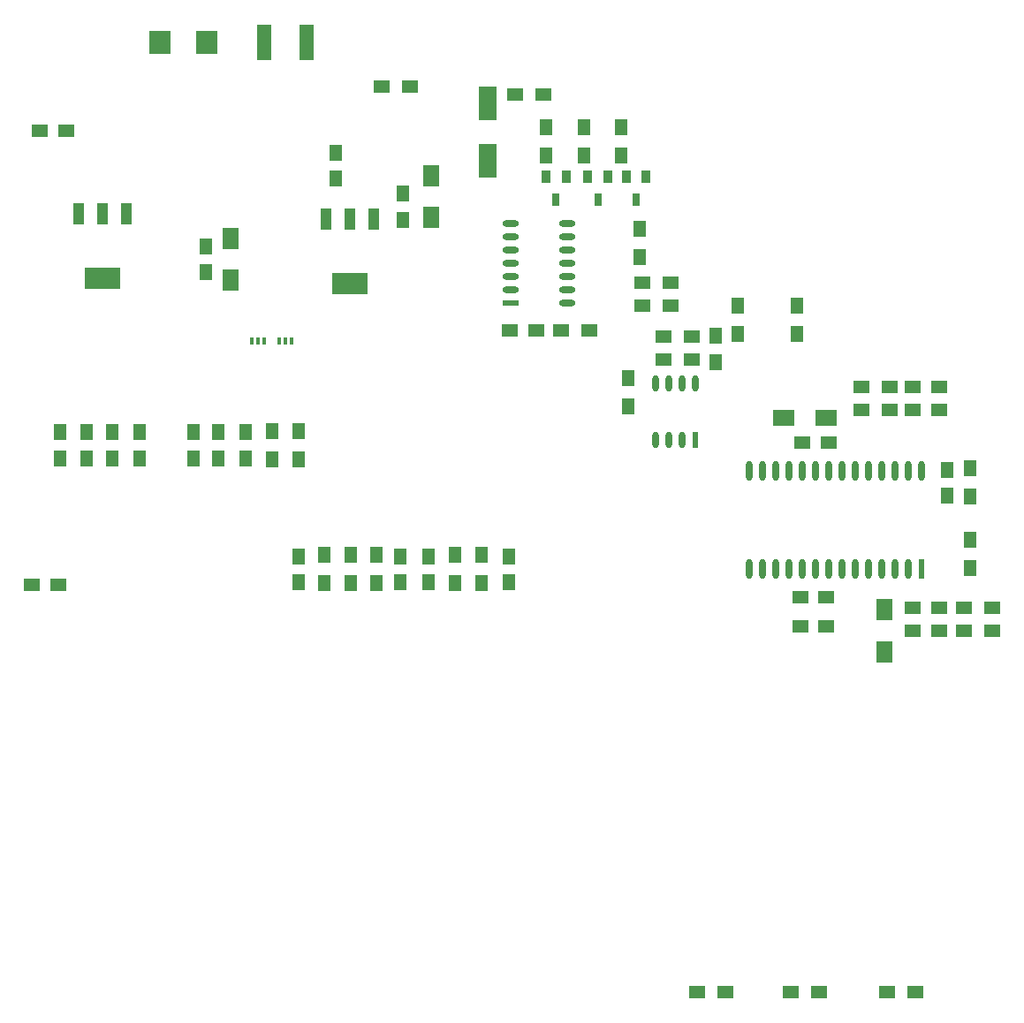
<source format=gbp>
G04 #@! TF.FileFunction,Paste,Bot*
%FSLAX46Y46*%
G04 Gerber Fmt 4.6, Leading zero omitted, Abs format (unit mm)*
G04 Created by KiCad (PCBNEW (2015-11-29 BZR 6336, Git 7b0d981)-product) date 01/12/2015 20:30:35*
%MOMM*%
G01*
G04 APERTURE LIST*
%ADD10C,0.100000*%
%ADD11R,1.300000X1.500000*%
%ADD12R,1.500000X1.250000*%
%ADD13R,1.250000X1.500000*%
%ADD14R,1.699260X3.299460*%
%ADD15R,1.500000X1.300000*%
%ADD16R,1.100000X2.100000*%
%ADD17R,3.500000X2.100000*%
%ADD18R,0.400000X0.800000*%
%ADD19R,1.600000X2.000000*%
%ADD20R,2.000000X1.600000*%
%ADD21R,0.599440X1.549400*%
%ADD22O,0.599440X1.549400*%
%ADD23R,1.550000X0.600000*%
%ADD24O,1.550000X0.600000*%
%ADD25R,0.599440X1.899920*%
%ADD26O,0.599440X1.899920*%
%ADD27R,0.900000X1.300000*%
%ADD28R,0.800000X1.300000*%
%ADD29R,2.000000X2.199640*%
%ADD30R,1.399540X3.497580*%
G04 APERTURE END LIST*
D10*
D11*
X72000000Y-28850000D03*
X72000000Y-26150000D03*
D12*
X71050000Y-45600000D03*
X68550000Y-45600000D03*
D13*
X25400000Y-55350000D03*
X25400000Y-57850000D03*
X27940000Y-55350000D03*
X27940000Y-57850000D03*
X30400000Y-55350000D03*
X30400000Y-57850000D03*
D12*
X26000000Y-26500000D03*
X23500000Y-26500000D03*
X98850000Y-74000000D03*
X96350000Y-74000000D03*
X22750000Y-70000000D03*
X25250000Y-70000000D03*
D13*
X43180000Y-55350000D03*
X43180000Y-57850000D03*
D12*
X98850000Y-71200000D03*
X96350000Y-71200000D03*
D13*
X38200000Y-55350000D03*
X38200000Y-57850000D03*
X58250000Y-35000000D03*
X58250000Y-32500000D03*
D12*
X107150000Y-74400000D03*
X109650000Y-74400000D03*
X107150000Y-72200000D03*
X109650000Y-72200000D03*
D13*
X40600000Y-55350000D03*
X40600000Y-57850000D03*
X51800000Y-31050000D03*
X51800000Y-28550000D03*
X33000000Y-55350000D03*
X33000000Y-57850000D03*
X58000000Y-69750000D03*
X58000000Y-67250000D03*
X48250000Y-69750000D03*
X48250000Y-67250000D03*
X110400000Y-61450000D03*
X110400000Y-58950000D03*
D12*
X99050000Y-56400000D03*
X96550000Y-56400000D03*
D13*
X88200000Y-48650000D03*
X88200000Y-46150000D03*
X39400000Y-40050000D03*
X39400000Y-37550000D03*
X68400000Y-69750000D03*
X68400000Y-67250000D03*
X60750000Y-69750000D03*
X60750000Y-67250000D03*
D12*
X109650000Y-51000000D03*
X107150000Y-51000000D03*
X109650000Y-53200000D03*
X107150000Y-53200000D03*
D14*
X66400000Y-29350820D03*
X66400000Y-23849180D03*
D15*
X89150000Y-109000000D03*
X86450000Y-109000000D03*
D11*
X112600000Y-65650000D03*
X112600000Y-68350000D03*
X48260000Y-57950000D03*
X48260000Y-55250000D03*
D15*
X112050000Y-72200000D03*
X114750000Y-72200000D03*
X112050000Y-74400000D03*
X114750000Y-74400000D03*
D11*
X45720000Y-57950000D03*
X45720000Y-55250000D03*
X55750000Y-67150000D03*
X55750000Y-69850000D03*
X50750000Y-67150000D03*
X50750000Y-69850000D03*
X112600000Y-58850000D03*
X112600000Y-61550000D03*
X90400000Y-45950000D03*
X90400000Y-43250000D03*
X65800000Y-67150000D03*
X65800000Y-69850000D03*
X63250000Y-67150000D03*
X63250000Y-69850000D03*
X96000000Y-45950000D03*
X96000000Y-43250000D03*
D15*
X104950000Y-53200000D03*
X102250000Y-53200000D03*
X104950000Y-51000000D03*
X102250000Y-51000000D03*
X85950000Y-46200000D03*
X83250000Y-46200000D03*
D11*
X75600000Y-28850000D03*
X75600000Y-26150000D03*
X79200000Y-28850000D03*
X79200000Y-26150000D03*
D15*
X85950000Y-48400000D03*
X83250000Y-48400000D03*
X83950000Y-43200000D03*
X81250000Y-43200000D03*
X83950000Y-41000000D03*
X81250000Y-41000000D03*
D16*
X50900000Y-34900000D03*
X53200000Y-34900000D03*
X55500000Y-34900000D03*
D17*
X53200000Y-41100000D03*
D16*
X27200000Y-34400000D03*
X29500000Y-34400000D03*
X31800000Y-34400000D03*
D17*
X29500000Y-40600000D03*
D15*
X98150000Y-109000000D03*
X95450000Y-109000000D03*
D11*
X81000000Y-38550000D03*
X81000000Y-35850000D03*
D15*
X73450000Y-45600000D03*
X76150000Y-45600000D03*
D11*
X53250000Y-67150000D03*
X53250000Y-69850000D03*
D18*
X43800000Y-46600000D03*
X44400000Y-46600000D03*
X45000000Y-46600000D03*
X46400000Y-46600000D03*
X47000000Y-46600000D03*
X47600000Y-46600000D03*
D15*
X104650000Y-109000000D03*
X107350000Y-109000000D03*
D19*
X61000000Y-34750000D03*
X61000000Y-30750000D03*
D20*
X98800000Y-54000000D03*
X94800000Y-54000000D03*
D19*
X41800000Y-40800000D03*
X41800000Y-36800000D03*
D15*
X56250000Y-22200000D03*
X58950000Y-22200000D03*
X69050000Y-23000000D03*
X71750000Y-23000000D03*
D19*
X104400000Y-72400000D03*
X104400000Y-76400000D03*
D11*
X79900000Y-50150000D03*
X79900000Y-52850000D03*
D21*
X86305000Y-56097480D03*
D22*
X85035000Y-56097480D03*
X83765000Y-56097480D03*
X82495000Y-56097480D03*
X82495000Y-50702520D03*
X83765000Y-50702520D03*
X85035000Y-50702520D03*
X86305000Y-50702520D03*
D23*
X68602520Y-43010000D03*
D24*
X68602520Y-41740000D03*
X68602520Y-40470000D03*
X68602520Y-39200000D03*
X68602520Y-37930000D03*
X68602520Y-36660000D03*
X68602520Y-35390000D03*
X73997480Y-35390000D03*
X73997480Y-36660000D03*
X73997480Y-37930000D03*
X73997480Y-39200000D03*
X73997480Y-40470000D03*
X73997480Y-41740000D03*
X73997480Y-43010000D03*
D25*
X107955000Y-68499000D03*
D26*
X106685000Y-68499000D03*
X105415000Y-68499000D03*
X104145000Y-68499000D03*
X102875000Y-68499000D03*
X101605000Y-68499000D03*
X100335000Y-68499000D03*
X99065000Y-68499000D03*
X97795000Y-68499000D03*
X96525000Y-68499000D03*
X95255000Y-68499000D03*
X93985000Y-68499000D03*
X92715000Y-68499000D03*
X91445000Y-68499000D03*
X91445000Y-59101000D03*
X92715000Y-59101000D03*
X93985000Y-59101000D03*
X95255000Y-59101000D03*
X96525000Y-59101000D03*
X97795000Y-59101000D03*
X99065000Y-59101000D03*
X100335000Y-59101000D03*
X101605000Y-59101000D03*
X102875000Y-59101000D03*
X104145000Y-59101000D03*
X105415000Y-59101000D03*
X106685000Y-59101000D03*
X107955000Y-59101000D03*
D27*
X72000000Y-30900000D03*
X73900000Y-30900000D03*
D28*
X72950000Y-33100000D03*
D27*
X76000000Y-30900000D03*
X77900000Y-30900000D03*
D28*
X76950000Y-33100000D03*
D27*
X79650000Y-30900000D03*
X81550000Y-30900000D03*
D28*
X80600000Y-33100000D03*
D29*
X39500000Y-18000000D03*
X35000000Y-18000000D03*
D30*
X44950220Y-18000000D03*
X49049780Y-18000000D03*
M02*

</source>
